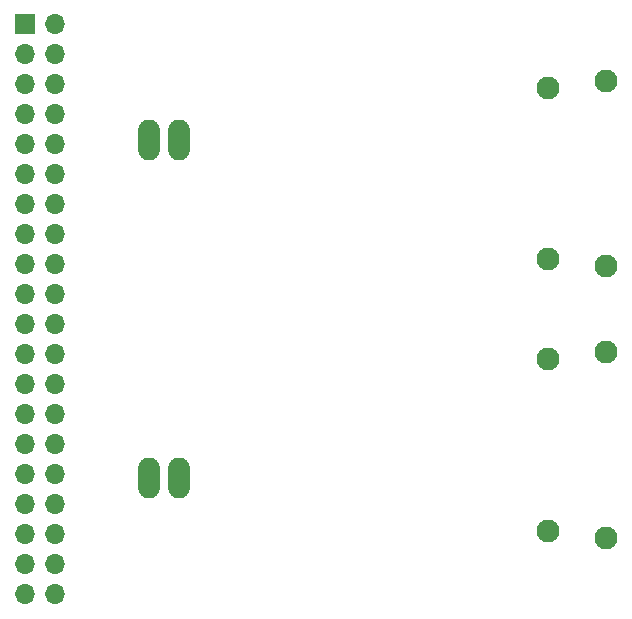
<source format=gbs>
G04 #@! TF.GenerationSoftware,KiCad,Pcbnew,(5.0.0)*
G04 #@! TF.CreationDate,2018-11-03T21:33:58-02:30*
G04 #@! TF.ProjectId,Dual CamCon,4475616C2043616D436F6E2E6B696361,rev?*
G04 #@! TF.SameCoordinates,Original*
G04 #@! TF.FileFunction,Soldermask,Bot*
G04 #@! TF.FilePolarity,Negative*
%FSLAX46Y46*%
G04 Gerber Fmt 4.6, Leading zero omitted, Abs format (unit mm)*
G04 Created by KiCad (PCBNEW (5.0.0)) date 11/03/18 21:33:58*
%MOMM*%
%LPD*%
G01*
G04 APERTURE LIST*
%ADD10R,1.700000X1.700000*%
%ADD11O,1.700000X1.700000*%
%ADD12O,1.841500X3.479800*%
%ADD13C,1.950000*%
G04 APERTURE END LIST*
D10*
G04 #@! TO.C,J5*
X102230000Y-43370000D03*
D11*
X104770000Y-43370000D03*
X102230000Y-45910000D03*
X104770000Y-45910000D03*
X102230000Y-48450000D03*
X104770000Y-48450000D03*
X102230000Y-50990000D03*
X104770000Y-50990000D03*
X102230000Y-53530000D03*
X104770000Y-53530000D03*
X102230000Y-56070000D03*
X104770000Y-56070000D03*
X102230000Y-58610000D03*
X104770000Y-58610000D03*
X102230000Y-61150000D03*
X104770000Y-61150000D03*
X102230000Y-63690000D03*
X104770000Y-63690000D03*
X102230000Y-66230000D03*
X104770000Y-66230000D03*
X102230000Y-68770000D03*
X104770000Y-68770000D03*
X102230000Y-71310000D03*
X104770000Y-71310000D03*
X102230000Y-73850000D03*
X104770000Y-73850000D03*
X102230000Y-76390000D03*
X104770000Y-76390000D03*
X102230000Y-78930000D03*
X104770000Y-78930000D03*
X102230000Y-81470000D03*
X104770000Y-81470000D03*
X102230000Y-84010000D03*
X104770000Y-84010000D03*
X102230000Y-86550000D03*
X104770000Y-86550000D03*
X102230000Y-89090000D03*
X104770000Y-89090000D03*
X102230000Y-91630000D03*
X104770000Y-91630000D03*
G04 #@! TD*
D12*
G04 #@! TO.C,J1*
X112730000Y-53214380D03*
X115270000Y-53214380D03*
G04 #@! TD*
G04 #@! TO.C,J2*
X115270000Y-81774380D03*
X112730000Y-81774380D03*
G04 #@! TD*
D13*
G04 #@! TO.C,P1*
X151400000Y-48150000D03*
X151400000Y-63850000D03*
X146500000Y-48750000D03*
X146500000Y-63250000D03*
G04 #@! TD*
G04 #@! TO.C,P2*
X151400000Y-71150000D03*
X151400000Y-86850000D03*
X146500000Y-71750000D03*
X146500000Y-86250000D03*
G04 #@! TD*
M02*

</source>
